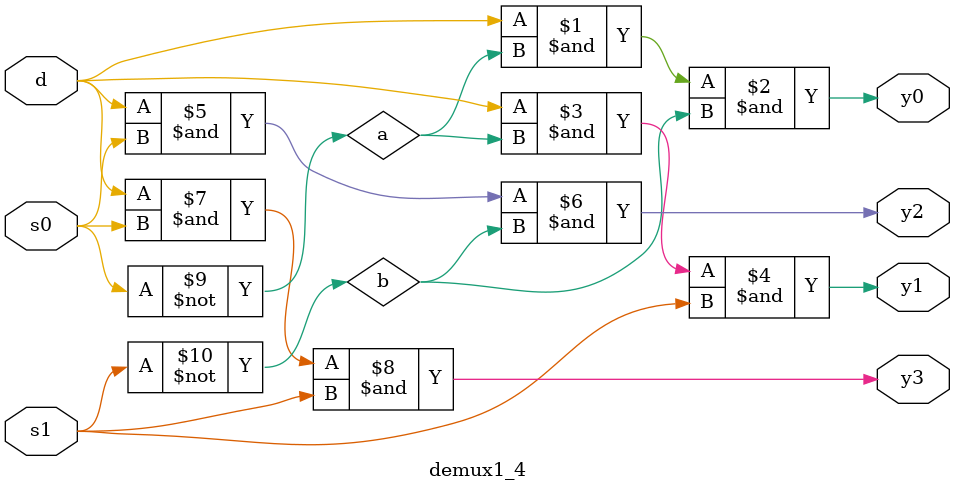
<source format=v>
`timescale 1ns / 1ps


module demux1_4(d,s0,s1,y0,y1,y2,y3);
input d;
input s0,s1;
output y0,y1,y2,y3;
wire a,b;
not g1(a,s0);
not g2(b,s1);
and g3(y0,d,a,b);
and g4(y1,d,a,s1);
and g5(y2,d,s0,b);
and g6(y3,d,s0,s1);
endmodule

</source>
